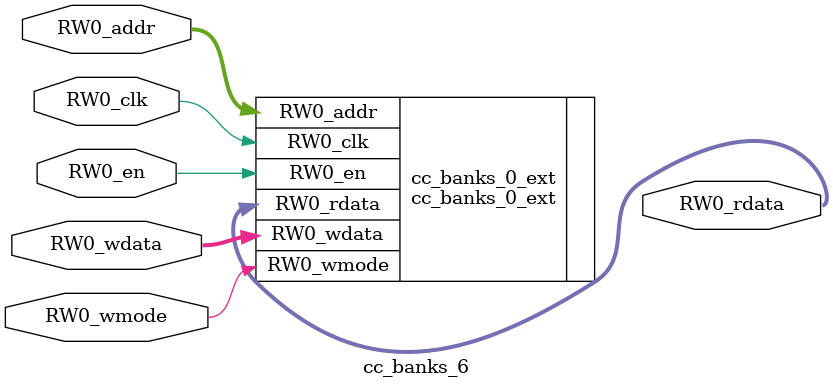
<source format=sv>
`ifndef RANDOMIZE
  `ifdef RANDOMIZE_MEM_INIT
    `define RANDOMIZE
  `endif // RANDOMIZE_MEM_INIT
`endif // not def RANDOMIZE
`ifndef RANDOMIZE
  `ifdef RANDOMIZE_REG_INIT
    `define RANDOMIZE
  `endif // RANDOMIZE_REG_INIT
`endif // not def RANDOMIZE

`ifndef RANDOM
  `define RANDOM $random
`endif // not def RANDOM

// Users can define INIT_RANDOM as general code that gets injected into the
// initializer block for modules with registers.
`ifndef INIT_RANDOM
  `define INIT_RANDOM
`endif // not def INIT_RANDOM

// If using random initialization, you can also define RANDOMIZE_DELAY to
// customize the delay used, otherwise 0.002 is used.
`ifndef RANDOMIZE_DELAY
  `define RANDOMIZE_DELAY 0.002
`endif // not def RANDOMIZE_DELAY

// Define INIT_RANDOM_PROLOG_ for use in our modules below.
`ifndef INIT_RANDOM_PROLOG_
  `ifdef RANDOMIZE
    `ifdef VERILATOR
      `define INIT_RANDOM_PROLOG_ `INIT_RANDOM
    `else  // VERILATOR
      `define INIT_RANDOM_PROLOG_ `INIT_RANDOM #`RANDOMIZE_DELAY begin end
    `endif // VERILATOR
  `else  // RANDOMIZE
    `define INIT_RANDOM_PROLOG_
  `endif // RANDOMIZE
`endif // not def INIT_RANDOM_PROLOG_

// Include register initializers in init blocks unless synthesis is set
`ifndef SYNTHESIS
  `ifndef ENABLE_INITIAL_REG_
    `define ENABLE_INITIAL_REG_
  `endif // not def ENABLE_INITIAL_REG_
`endif // not def SYNTHESIS

// Include rmemory initializers in init blocks unless synthesis is set
`ifndef SYNTHESIS
  `ifndef ENABLE_INITIAL_MEM_
    `define ENABLE_INITIAL_MEM_
  `endif // not def ENABLE_INITIAL_MEM_
`endif // not def SYNTHESIS

// Standard header to adapt well known macros for prints and assertions.

// Users can define 'PRINTF_COND' to add an extra gate to prints.
`ifndef PRINTF_COND_
  `ifdef PRINTF_COND
    `define PRINTF_COND_ (`PRINTF_COND)
  `else  // PRINTF_COND
    `define PRINTF_COND_ 1
  `endif // PRINTF_COND
`endif // not def PRINTF_COND_

// Users can define 'ASSERT_VERBOSE_COND' to add an extra gate to assert error printing.
`ifndef ASSERT_VERBOSE_COND_
  `ifdef ASSERT_VERBOSE_COND
    `define ASSERT_VERBOSE_COND_ (`ASSERT_VERBOSE_COND)
  `else  // ASSERT_VERBOSE_COND
    `define ASSERT_VERBOSE_COND_ 1
  `endif // ASSERT_VERBOSE_COND
`endif // not def ASSERT_VERBOSE_COND_

// Users can define 'STOP_COND' to add an extra gate to stop conditions.
`ifndef STOP_COND_
  `ifdef STOP_COND
    `define STOP_COND_ (`STOP_COND)
  `else  // STOP_COND
    `define STOP_COND_ 1
  `endif // STOP_COND
`endif // not def STOP_COND_

module cc_banks_6(	// @[generators/rocket-chip/src/main/scala/util/DescribedSRAM.scala:17:26]
  input  [12:0] RW0_addr,
  input         RW0_en,
                RW0_clk,
                RW0_wmode,
  input  [63:0] RW0_wdata,
  output [63:0] RW0_rdata
);

  cc_banks_0_ext cc_banks_0_ext (	// @[generators/rocket-chip/src/main/scala/util/DescribedSRAM.scala:17:26]
    .RW0_addr  (RW0_addr),
    .RW0_en    (RW0_en),
    .RW0_clk   (RW0_clk),
    .RW0_wmode (RW0_wmode),
    .RW0_wdata (RW0_wdata),
    .RW0_rdata (RW0_rdata)
  );
endmodule


</source>
